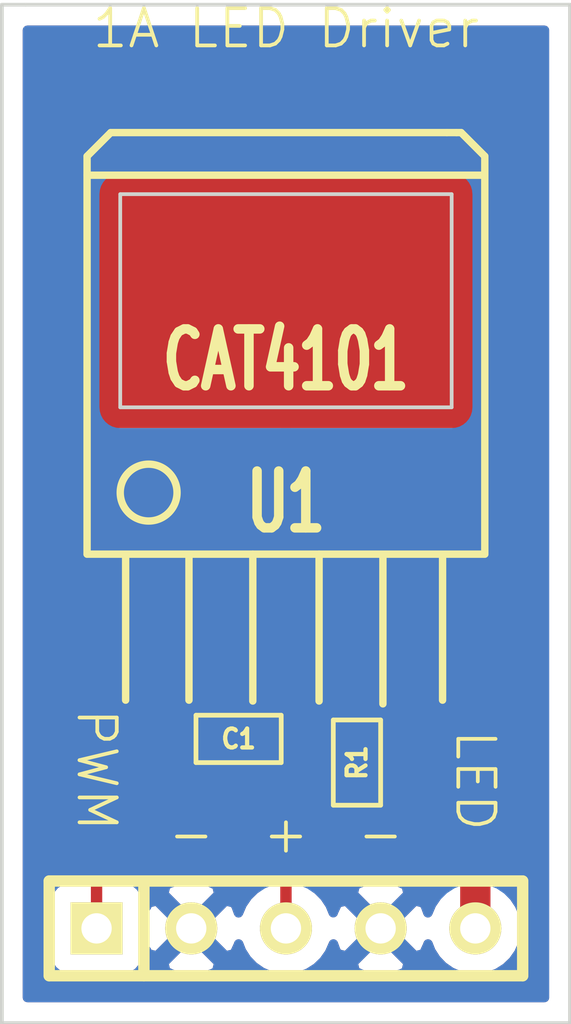
<source format=kicad_pcb>
(kicad_pcb (version 4) (host pcbnew 4.0.2+dfsg1-2~bpo8+1-stable)

  (general
    (links 10)
    (no_connects 1)
    (area 44.399999 24.714999 59.740001 52.120001)
    (thickness 1.6)
    (drawings 15)
    (tracks 11)
    (zones 0)
    (modules 4)
    (nets 6)
  )

  (page A3)
  (layers
    (0 F.Cu signal hide)
    (31 B.Cu signal hide)
    (32 B.Adhes user)
    (33 F.Adhes user)
    (34 B.Paste user)
    (35 F.Paste user)
    (36 B.SilkS user)
    (37 F.SilkS user)
    (38 B.Mask user)
    (39 F.Mask user)
    (40 Dwgs.User user)
    (41 Cmts.User user)
    (42 Eco1.User user)
    (43 Eco2.User user)
    (44 Edge.Cuts user)
  )

  (setup
    (last_trace_width 0.3048)
    (trace_clearance 0.254)
    (zone_clearance 0.508)
    (zone_45_only no)
    (trace_min 0.254)
    (segment_width 0.2)
    (edge_width 0.1)
    (via_size 0.889)
    (via_drill 0.635)
    (via_min_size 0.889)
    (via_min_drill 0.508)
    (uvia_size 0.508)
    (uvia_drill 0.127)
    (uvias_allowed no)
    (uvia_min_size 0.508)
    (uvia_min_drill 0.127)
    (pcb_text_width 0.3)
    (pcb_text_size 1.5 1.5)
    (mod_edge_width 0.15)
    (mod_text_size 1 1)
    (mod_text_width 0.15)
    (pad_size 1.5 1.5)
    (pad_drill 0.6)
    (pad_to_mask_clearance 0)
    (aux_axis_origin 0 0)
    (visible_elements FFFFFFBF)
    (pcbplotparams
      (layerselection 0x00030_80000001)
      (usegerberextensions true)
      (excludeedgelayer true)
      (linewidth 0.150000)
      (plotframeref false)
      (viasonmask false)
      (mode 1)
      (useauxorigin false)
      (hpglpennumber 1)
      (hpglpenspeed 20)
      (hpglpendiameter 15)
      (hpglpenoverlay 2)
      (psnegative false)
      (psa4output false)
      (plotreference true)
      (plotvalue true)
      (plotinvisibletext false)
      (padsonsilk false)
      (subtractmaskfromsilk false)
      (outputformat 1)
      (mirror false)
      (drillshape 0)
      (scaleselection 1)
      (outputdirectory ""))
  )

  (net 0 "")
  (net 1 /LED)
  (net 2 /PWM)
  (net 3 GND)
  (net 4 VCC)
  (net 5 "Net-(R1-Pad1)")

  (net_class Default "This is the default net class."
    (clearance 0.254)
    (trace_width 0.3048)
    (via_dia 0.889)
    (via_drill 0.635)
    (uvia_dia 0.508)
    (uvia_drill 0.127)
    (add_net /PWM)
    (add_net GND)
    (add_net "Net-(R1-Pad1)")
    (add_net VCC)
  )

  (net_class HIGHPWR ""
    (clearance 0.254)
    (trace_width 0.8128)
    (via_dia 0.889)
    (via_drill 0.635)
    (uvia_dia 0.508)
    (uvia_drill 0.127)
    (add_net /LED)
  )

  (module TO263-5 (layer F.Cu) (tedit 583097D1) (tstamp 581E69AB)
    (at 52.07 41.91)
    (path /581E689D)
    (attr smd)
    (fp_text reference U1 (at 0 -3.81) (layer F.SilkS)
      (effects (font (size 1.524 1.016) (thickness 0.254)))
    )
    (fp_text value CAT4101 (at 0 -7.62) (layer F.SilkS)
      (effects (font (size 1.524 1.016) (thickness 0.254)))
    )
    (fp_line (start 4.20116 -2.4003) (end 4.20116 1.50114) (layer F.SilkS) (width 0.19812))
    (fp_line (start 2.60096 -2.4003) (end 2.60096 1.6002) (layer F.SilkS) (width 0.19812))
    (fp_line (start -4.30022 -2.4003) (end -4.30022 1.50114) (layer F.SilkS) (width 0.19812))
    (fp_line (start -2.60096 -2.4003) (end -2.60096 1.50114) (layer F.SilkS) (width 0.19812))
    (fp_line (start -0.889 -2.413) (end -0.889 1.524) (layer F.SilkS) (width 0.19812))
    (fp_line (start 0.889 1.524) (end 0.889 -2.413) (layer F.SilkS) (width 0.19812))
    (fp_circle (center -3.683 -4.064) (end -3.683 -3.302) (layer F.SilkS) (width 0.19812))
    (fp_line (start -5.334 -2.413) (end -5.334 -13.081) (layer F.SilkS) (width 0.19812))
    (fp_line (start -5.334 -13.081) (end -4.699 -13.716) (layer F.SilkS) (width 0.19812))
    (fp_line (start -4.699 -13.716) (end 4.318 -13.716) (layer F.SilkS) (width 0.19812))
    (fp_line (start 4.318 -13.716) (end 4.572 -13.716) (layer F.SilkS) (width 0.19812))
    (fp_line (start 4.572 -13.716) (end 4.699 -13.716) (layer F.SilkS) (width 0.19812))
    (fp_line (start 4.699 -13.716) (end 5.334 -13.081) (layer F.SilkS) (width 0.19812))
    (fp_line (start 5.334 -13.081) (end 5.334 -2.413) (layer F.SilkS) (width 0.19812))
    (fp_line (start -5.334 -2.413) (end 5.334 -2.413) (layer F.SilkS) (width 0.19812))
    (fp_line (start 5.334 -12.573) (end -5.334 -12.573) (layer F.SilkS) (width 0.19812))
    (pad 2 smd rect (at -1.69926 0) (size 1.143 2.286) (layers F.Cu F.Paste F.Mask)
      (net 4 VCC))
    (pad 3 smd rect (at 0 -10.795) (size 10.80008 9.99998) (layers F.Cu F.Paste F.Mask)
      (net 3 GND))
    (pad 4 smd rect (at 1.69926 0) (size 1.143 2.286) (layers F.Cu F.Paste F.Mask)
      (net 5 "Net-(R1-Pad1)"))
    (pad 3 smd rect (at 0 0) (size 1.143 2.286) (layers F.Cu F.Paste F.Mask)
      (net 3 GND))
    (pad 1 smd rect (at -3.40106 0) (size 1.143 2.286) (layers F.Cu F.Paste F.Mask)
      (net 2 /PWM))
    (pad 5 smd rect (at 3.40106 0) (size 1.143 2.286) (layers F.Cu F.Paste F.Mask)
      (net 1 /LED))
  )

  (module SM0603 (layer F.Cu) (tedit 581E743B) (tstamp 581F150F)
    (at 53.975 45.085 270)
    (path /581E730F)
    (attr smd)
    (fp_text reference R1 (at 0 0 270) (layer F.SilkS)
      (effects (font (size 0.508 0.4572) (thickness 0.1143)))
    )
    (fp_text value 549R (at 0 0 270) (layer F.SilkS) hide
      (effects (font (size 0.508 0.4572) (thickness 0.1143)))
    )
    (fp_line (start -1.143 -0.635) (end 1.143 -0.635) (layer F.SilkS) (width 0.127))
    (fp_line (start 1.143 -0.635) (end 1.143 0.635) (layer F.SilkS) (width 0.127))
    (fp_line (start 1.143 0.635) (end -1.143 0.635) (layer F.SilkS) (width 0.127))
    (fp_line (start -1.143 0.635) (end -1.143 -0.635) (layer F.SilkS) (width 0.127))
    (pad 1 smd rect (at -0.762 0 270) (size 0.635 1.143) (layers F.Cu F.Paste F.Mask)
      (net 5 "Net-(R1-Pad1)"))
    (pad 2 smd rect (at 0.762 0 270) (size 0.635 1.143) (layers F.Cu F.Paste F.Mask)
      (net 3 GND))
    (model smd\resistors\R0603.wrl
      (at (xyz 0 0 0.001))
      (scale (xyz 0.5 0.5 0.5))
      (rotate (xyz 0 0 0))
    )
  )

  (module SM0603 (layer F.Cu) (tedit 581F2B86) (tstamp 581E6A7A)
    (at 50.8 44.45 180)
    (path /581E69D0)
    (attr smd)
    (fp_text reference C1 (at 0 0 180) (layer F.SilkS)
      (effects (font (size 0.508 0.4572) (thickness 0.1143)))
    )
    (fp_text value 100n (at 0 0 180) (layer F.SilkS) hide
      (effects (font (size 0.508 0.4572) (thickness 0.1143)))
    )
    (fp_line (start -1.143 -0.635) (end 1.143 -0.635) (layer F.SilkS) (width 0.127))
    (fp_line (start 1.143 -0.635) (end 1.143 0.635) (layer F.SilkS) (width 0.127))
    (fp_line (start 1.143 0.635) (end -1.143 0.635) (layer F.SilkS) (width 0.127))
    (fp_line (start -1.143 0.635) (end -1.143 -0.635) (layer F.SilkS) (width 0.127))
    (pad 1 smd rect (at -0.762 0 180) (size 0.635 1.143) (layers F.Cu F.Paste F.Mask)
      (net 3 GND))
    (pad 2 smd rect (at 0.762 0 180) (size 0.635 1.143) (layers F.Cu F.Paste F.Mask)
      (net 4 VCC))
    (model smd\resistors\R0603.wrl
      (at (xyz 0 0 0.001))
      (scale (xyz 0.5 0.5 0.5))
      (rotate (xyz 0 0 0))
    )
  )

  (module SIL-5 (layer F.Cu) (tedit 583095F3) (tstamp 581F2BE2)
    (at 53.34 49.53)
    (descr "Connecteur 5 pins")
    (tags "CONN DEV")
    (path /581F29E5)
    (fp_text reference P1 (at -6.35 -2.54) (layer F.SilkS) hide
      (effects (font (size 1.72974 1.08712) (thickness 0.27178)))
    )
    (fp_text value CONN_5 (at 0 -2.54) (layer F.SilkS) hide
      (effects (font (size 1.524 1.016) (thickness 0.3048)))
    )
    (fp_line (start -7.62 1.27) (end -7.62 -1.27) (layer F.SilkS) (width 0.3048))
    (fp_line (start -7.62 -1.27) (end 5.08 -1.27) (layer F.SilkS) (width 0.3048))
    (fp_line (start 5.08 -1.27) (end 5.08 1.27) (layer F.SilkS) (width 0.3048))
    (fp_line (start 5.08 1.27) (end -7.62 1.27) (layer F.SilkS) (width 0.3048))
    (fp_line (start -5.08 1.27) (end -5.08 -1.27) (layer F.SilkS) (width 0.3048))
    (pad 1 thru_hole rect (at -6.35 0) (size 1.397 1.397) (drill 0.8128) (layers *.Cu *.Mask F.SilkS)
      (net 2 /PWM))
    (pad 2 thru_hole circle (at -3.81 0) (size 1.397 1.397) (drill 0.8128) (layers *.Cu *.Mask F.SilkS)
      (net 3 GND))
    (pad 3 thru_hole circle (at -1.27 0) (size 1.397 1.397) (drill 0.8128) (layers *.Cu *.Mask F.SilkS)
      (net 4 VCC))
    (pad 4 thru_hole circle (at 1.27 0) (size 1.397 1.397) (drill 0.8128) (layers *.Cu *.Mask F.SilkS)
      (net 3 GND))
    (pad 5 thru_hole circle (at 3.81 0) (size 1.397 1.397) (drill 0.8128) (layers *.Cu *.Mask F.SilkS)
      (net 1 /LED))
  )

  (gr_text "1A LED Driver" (at 52.07 25.4) (layer F.SilkS)
    (effects (font (size 1 1) (thickness 0.1)))
  )
  (gr_text - (at 54.61 46.99) (layer F.SilkS)
    (effects (font (size 1 1) (thickness 0.1)))
  )
  (gr_text - (at 49.53 46.99) (layer F.SilkS)
    (effects (font (size 1 1) (thickness 0.1)))
  )
  (gr_text + (at 52.07 46.99) (layer F.SilkS)
    (effects (font (size 1 1) (thickness 0.1)))
  )
  (gr_text LED (at 57.15 46.99 270) (layer F.SilkS)
    (effects (font (size 1 1) (thickness 0.1)) (justify right))
  )
  (gr_text PWM (at 46.99 46.99 270) (layer F.SilkS)
    (effects (font (size 1 1) (thickness 0.1)) (justify right))
  )
  (gr_line (start 44.45 24.765) (end 44.45 52.07) (angle 90) (layer Edge.Cuts) (width 0.1))
  (gr_line (start 45.085 24.765) (end 44.45 24.765) (angle 90) (layer Edge.Cuts) (width 0.1))
  (gr_line (start 59.69 24.765) (end 45.085 24.765) (angle 90) (layer Edge.Cuts) (width 0.1))
  (gr_line (start 59.69 52.07) (end 59.69 24.765) (angle 90) (layer Edge.Cuts) (width 0.1))
  (gr_line (start 44.45 52.07) (end 59.69 52.07) (angle 90) (layer Edge.Cuts) (width 0.1))
  (gr_line (start 47.625 29.845) (end 47.625 35.56) (angle 90) (layer Edge.Cuts) (width 0.1))
  (gr_line (start 56.515 29.845) (end 56.515 35.56) (angle 90) (layer Edge.Cuts) (width 0.1))
  (gr_line (start 56.515 35.56) (end 47.625 35.56) (angle 90) (layer Edge.Cuts) (width 0.1))
  (gr_line (start 47.625 29.845) (end 56.515 29.845) (angle 90) (layer Edge.Cuts) (width 0.1))

  (segment (start 57.15 49.53) (end 57.15 43.58894) (width 0.8128) (layer F.Cu) (net 1))
  (segment (start 57.15 43.58894) (end 55.47106 41.91) (width 0.8128) (layer F.Cu) (net 1) (tstamp 581F2C26))
  (segment (start 46.99 49.53) (end 46.99 43.58894) (width 0.3048) (layer F.Cu) (net 2))
  (segment (start 46.99 43.58894) (end 48.66894 41.91) (width 0.3048) (layer F.Cu) (net 2) (tstamp 581F2C7F))
  (segment (start 50.038 44.45) (end 50.038 45.593) (width 0.3048) (layer F.Cu) (net 4))
  (segment (start 52.07 47.625) (end 52.07 49.53) (width 0.3048) (layer F.Cu) (net 4) (tstamp 581F2C9E))
  (segment (start 50.038 45.593) (end 52.07 47.625) (width 0.3048) (layer F.Cu) (net 4) (tstamp 581F2C99))
  (segment (start 50.038 44.45) (end 50.038 42.24274) (width 0.254) (layer F.Cu) (net 4))
  (segment (start 50.038 42.24274) (end 50.37074 41.91) (width 0.254) (layer F.Cu) (net 4) (tstamp 5820866D))
  (segment (start 53.975 44.323) (end 53.975 42.11574) (width 0.254) (layer F.Cu) (net 5))
  (segment (start 53.975 42.11574) (end 53.76926 41.91) (width 0.254) (layer F.Cu) (net 5) (tstamp 58208682))

  (zone (net 3) (net_name GND) (layer F.Cu) (tstamp 581F33FC) (hatch edge 0.508)
    (connect_pads (clearance 0.508))
    (min_thickness 0.254)
    (fill yes (arc_segments 32) (thermal_gap 0.508) (thermal_bridge_width 0.508))
    (polygon
      (pts
        (xy 59.69 52.07) (xy 44.45 52.07) (xy 44.45 24.765) (xy 59.69 24.765) (xy 59.69 52.07)
      )
    )
    (filled_polygon
      (pts
        (xy 59.005 51.385) (xy 45.135 51.385) (xy 45.135 48.8315) (xy 45.653428 48.8315) (xy 45.653428 50.2285)
        (xy 45.661492 50.329621) (xy 45.714606 50.501134) (xy 45.8134 50.651059) (xy 45.95005 50.767525) (xy 46.113737 50.84131)
        (xy 46.2915 50.866572) (xy 47.6885 50.866572) (xy 47.789621 50.858508) (xy 47.961134 50.805394) (xy 48.111059 50.7066)
        (xy 48.227525 50.56995) (xy 48.281505 50.450197) (xy 48.789408 50.450197) (xy 48.848686 50.683812) (xy 49.086875 50.794559)
        (xy 49.342093 50.856711) (xy 49.604533 50.867876) (xy 49.864107 50.827629) (xy 50.110842 50.737514) (xy 50.211314 50.683812)
        (xy 50.270592 50.450197) (xy 49.53 49.709605) (xy 48.789408 50.450197) (xy 48.281505 50.450197) (xy 48.30131 50.406263)
        (xy 48.326572 50.2285) (xy 48.326572 50.118487) (xy 48.376188 50.211314) (xy 48.609803 50.270592) (xy 49.350395 49.53)
        (xy 48.609803 48.789408) (xy 48.376188 48.848686) (xy 48.326572 48.955398) (xy 48.326572 48.8315) (xy 48.318508 48.730379)
        (xy 48.281169 48.609803) (xy 48.789408 48.609803) (xy 49.53 49.350395) (xy 50.270592 48.609803) (xy 50.211314 48.376188)
        (xy 49.973125 48.265441) (xy 49.717907 48.203289) (xy 49.455467 48.192124) (xy 49.195893 48.232371) (xy 48.949158 48.322486)
        (xy 48.848686 48.376188) (xy 48.789408 48.609803) (xy 48.281169 48.609803) (xy 48.265394 48.558866) (xy 48.1666 48.408941)
        (xy 48.02995 48.292475) (xy 47.866263 48.21869) (xy 47.7774 48.206062) (xy 47.7774 43.915092) (xy 48.013368 43.679124)
        (xy 48.09744 43.691072) (xy 49.112047 43.691072) (xy 49.10769 43.700737) (xy 49.082428 43.8785) (xy 49.082428 45.0215)
        (xy 49.090492 45.122621) (xy 49.143606 45.294134) (xy 49.2424 45.444059) (xy 49.2506 45.451048) (xy 49.2506 45.593)
        (xy 49.257698 45.665392) (xy 49.264037 45.737843) (xy 49.265192 45.741818) (xy 49.265596 45.74594) (xy 49.286624 45.815589)
        (xy 49.30691 45.885415) (xy 49.308815 45.88909) (xy 49.310012 45.893055) (xy 49.34418 45.957315) (xy 49.377631 46.021848)
        (xy 49.380212 46.025081) (xy 49.382158 46.028741) (xy 49.428158 46.085143) (xy 49.473505 46.141948) (xy 49.479188 46.147711)
        (xy 49.479284 46.147829) (xy 49.479393 46.147919) (xy 49.481224 46.149776) (xy 51.2826 47.951152) (xy 51.2826 48.451554)
        (xy 51.230381 48.485725) (xy 51.043537 48.668695) (xy 50.895791 48.884473) (xy 50.79758 49.113618) (xy 50.737514 48.949158)
        (xy 50.683812 48.848686) (xy 50.450197 48.789408) (xy 49.709605 49.53) (xy 50.450197 50.270592) (xy 50.683812 50.211314)
        (xy 50.794559 49.973125) (xy 50.800884 49.947151) (xy 50.878225 50.142489) (xy 51.019888 50.362308) (xy 51.20155 50.550425)
        (xy 51.416291 50.699674) (xy 51.655932 50.80437) (xy 51.911344 50.860526) (xy 52.1728 50.866003) (xy 52.43034 50.820592)
        (xy 52.674154 50.726022) (xy 52.894957 50.585897) (xy 53.037455 50.450197) (xy 53.869408 50.450197) (xy 53.928686 50.683812)
        (xy 54.166875 50.794559) (xy 54.422093 50.856711) (xy 54.684533 50.867876) (xy 54.944107 50.827629) (xy 55.190842 50.737514)
        (xy 55.291314 50.683812) (xy 55.350592 50.450197) (xy 54.61 49.709605) (xy 53.869408 50.450197) (xy 53.037455 50.450197)
        (xy 53.084337 50.405552) (xy 53.235081 50.191858) (xy 53.341448 49.952955) (xy 53.342742 49.947262) (xy 53.402486 50.110842)
        (xy 53.456188 50.211314) (xy 53.689803 50.270592) (xy 54.430395 49.53) (xy 53.689803 48.789408) (xy 53.456188 48.848686)
        (xy 53.345441 49.086875) (xy 53.339613 49.110808) (xy 53.253107 48.900931) (xy 53.108388 48.683111) (xy 53.035591 48.609803)
        (xy 53.869408 48.609803) (xy 54.61 49.350395) (xy 55.350592 48.609803) (xy 55.291314 48.376188) (xy 55.053125 48.265441)
        (xy 54.797907 48.203289) (xy 54.535467 48.192124) (xy 54.275893 48.232371) (xy 54.029158 48.322486) (xy 53.928686 48.376188)
        (xy 53.869408 48.609803) (xy 53.035591 48.609803) (xy 52.924118 48.497549) (xy 52.8574 48.452547) (xy 52.8574 47.625)
        (xy 52.850302 47.552608) (xy 52.843963 47.480157) (xy 52.842808 47.476182) (xy 52.842404 47.47206) (xy 52.821376 47.402411)
        (xy 52.80109 47.332585) (xy 52.799185 47.32891) (xy 52.797988 47.324945) (xy 52.76382 47.260685) (xy 52.730369 47.196152)
        (xy 52.727788 47.192919) (xy 52.725842 47.189259) (xy 52.679822 47.132833) (xy 52.634495 47.076053) (xy 52.628813 47.07029)
        (xy 52.628716 47.070171) (xy 52.628606 47.07008) (xy 52.626776 47.068224) (xy 51.691302 46.13275) (xy 52.7685 46.13275)
        (xy 52.7685 46.227042) (xy 52.792903 46.349723) (xy 52.84077 46.465285) (xy 52.910263 46.569289) (xy 52.998711 46.657737)
        (xy 53.102715 46.72723) (xy 53.218277 46.775097) (xy 53.340958 46.7995) (xy 53.68925 46.7995) (xy 53.848 46.64075)
        (xy 53.848 45.974) (xy 54.102 45.974) (xy 54.102 46.64075) (xy 54.26075 46.7995) (xy 54.609042 46.7995)
        (xy 54.731723 46.775097) (xy 54.847285 46.72723) (xy 54.951289 46.657737) (xy 55.039737 46.569289) (xy 55.10923 46.465285)
        (xy 55.157097 46.349723) (xy 55.1815 46.227042) (xy 55.1815 46.13275) (xy 55.02275 45.974) (xy 54.102 45.974)
        (xy 53.848 45.974) (xy 52.92725 45.974) (xy 52.7685 46.13275) (xy 51.691302 46.13275) (xy 51.215052 45.6565)
        (xy 51.27625 45.6565) (xy 51.435 45.49775) (xy 51.435 44.577) (xy 51.689 44.577) (xy 51.689 45.49775)
        (xy 51.84775 45.6565) (xy 51.942042 45.6565) (xy 52.064723 45.632097) (xy 52.180285 45.58423) (xy 52.284289 45.514737)
        (xy 52.372737 45.426289) (xy 52.44223 45.322285) (xy 52.490097 45.206723) (xy 52.5145 45.084042) (xy 52.5145 44.73575)
        (xy 52.35575 44.577) (xy 51.689 44.577) (xy 51.435 44.577) (xy 51.415 44.577) (xy 51.415 44.323)
        (xy 51.435 44.323) (xy 51.435 44.303) (xy 51.689 44.303) (xy 51.689 44.323) (xy 52.35575 44.323)
        (xy 52.5145 44.16425) (xy 52.5145 43.815958) (xy 52.490097 43.693277) (xy 52.487911 43.688) (xy 52.704042 43.688)
        (xy 52.826723 43.663597) (xy 52.885672 43.63918) (xy 52.864475 43.66405) (xy 52.79069 43.827737) (xy 52.765428 44.0055)
        (xy 52.765428 44.6405) (xy 52.773492 44.741621) (xy 52.826606 44.913134) (xy 52.9254 45.063059) (xy 52.950512 45.084462)
        (xy 52.910263 45.124711) (xy 52.84077 45.228715) (xy 52.792903 45.344277) (xy 52.7685 45.466958) (xy 52.7685 45.56125)
        (xy 52.92725 45.72) (xy 53.848 45.72) (xy 53.848 45.7) (xy 54.102 45.7) (xy 54.102 45.72)
        (xy 55.02275 45.72) (xy 55.1815 45.56125) (xy 55.1815 45.466958) (xy 55.157097 45.344277) (xy 55.10923 45.228715)
        (xy 55.039737 45.124711) (xy 54.998768 45.083742) (xy 55.085525 44.98195) (xy 55.15931 44.818263) (xy 55.184572 44.6405)
        (xy 55.184572 44.0055) (xy 55.176508 43.904379) (xy 55.123394 43.732866) (xy 55.095854 43.691072) (xy 55.77937 43.691072)
        (xy 56.1086 44.020302) (xy 56.1086 48.69051) (xy 55.975791 48.884473) (xy 55.87758 49.113618) (xy 55.817514 48.949158)
        (xy 55.763812 48.848686) (xy 55.530197 48.789408) (xy 54.789605 49.53) (xy 55.530197 50.270592) (xy 55.763812 50.211314)
        (xy 55.874559 49.973125) (xy 55.880884 49.947151) (xy 55.958225 50.142489) (xy 56.099888 50.362308) (xy 56.28155 50.550425)
        (xy 56.496291 50.699674) (xy 56.735932 50.80437) (xy 56.991344 50.860526) (xy 57.2528 50.866003) (xy 57.51034 50.820592)
        (xy 57.754154 50.726022) (xy 57.974957 50.585897) (xy 58.164337 50.405552) (xy 58.315081 50.191858) (xy 58.421448 49.952955)
        (xy 58.479386 49.697941) (xy 58.483557 49.399244) (xy 58.432762 49.142711) (xy 58.333107 48.900931) (xy 58.1914 48.687644)
        (xy 58.1914 43.58894) (xy 58.182012 43.493192) (xy 58.173629 43.397374) (xy 58.172102 43.392117) (xy 58.171567 43.386664)
        (xy 58.143772 43.294602) (xy 58.116926 43.202197) (xy 58.114403 43.19733) (xy 58.112822 43.192093) (xy 58.067696 43.107223)
        (xy 58.023392 43.021753) (xy 58.019974 43.017471) (xy 58.017404 43.012638) (xy 57.956586 42.938068) (xy 57.89659 42.862913)
        (xy 57.889077 42.855293) (xy 57.888947 42.855134) (xy 57.8888 42.855013) (xy 57.886381 42.852559) (xy 56.680632 41.64681)
        (xy 56.680632 40.767) (xy 56.672568 40.665879) (xy 56.619454 40.494366) (xy 56.52066 40.344441) (xy 56.38401 40.227975)
        (xy 56.220323 40.15419) (xy 56.04256 40.128928) (xy 54.89956 40.128928) (xy 54.798439 40.136992) (xy 54.626926 40.190106)
        (xy 54.615258 40.197795) (xy 54.518523 40.15419) (xy 54.34076 40.128928) (xy 53.19776 40.128928) (xy 53.096639 40.136992)
        (xy 52.925126 40.190106) (xy 52.918551 40.194439) (xy 52.826723 40.156403) (xy 52.704042 40.132) (xy 52.35575 40.132)
        (xy 52.197 40.29075) (xy 52.197 41.783) (xy 52.217 41.783) (xy 52.217 42.037) (xy 52.197 42.037)
        (xy 52.197 42.057) (xy 51.943 42.057) (xy 51.943 42.037) (xy 51.923 42.037) (xy 51.923 41.783)
        (xy 51.943 41.783) (xy 51.943 40.29075) (xy 51.78425 40.132) (xy 51.435958 40.132) (xy 51.313277 40.156403)
        (xy 51.215114 40.197063) (xy 51.120003 40.15419) (xy 50.94224 40.128928) (xy 49.79924 40.128928) (xy 49.698119 40.136992)
        (xy 49.526606 40.190106) (xy 49.514938 40.197795) (xy 49.418203 40.15419) (xy 49.24044 40.128928) (xy 48.09744 40.128928)
        (xy 47.996319 40.136992) (xy 47.824806 40.190106) (xy 47.674881 40.2889) (xy 47.558415 40.42555) (xy 47.48463 40.589237)
        (xy 47.459368 40.767) (xy 47.459368 42.00602) (xy 46.433224 43.032164) (xy 46.387056 43.08837) (xy 46.340306 43.144085)
        (xy 46.338311 43.147713) (xy 46.335683 43.150913) (xy 46.301305 43.215027) (xy 46.266273 43.27875) (xy 46.265021 43.282695)
        (xy 46.263064 43.286346) (xy 46.241785 43.355946) (xy 46.219807 43.42523) (xy 46.219346 43.429341) (xy 46.218134 43.433305)
        (xy 46.21078 43.505709) (xy 46.202677 43.577946) (xy 46.20262 43.58604) (xy 46.202605 43.586191) (xy 46.202618 43.586331)
        (xy 46.2026 43.58894) (xy 46.2026 48.200517) (xy 46.190379 48.201492) (xy 46.018866 48.254606) (xy 45.868941 48.3534)
        (xy 45.752475 48.49005) (xy 45.67869 48.653737) (xy 45.653428 48.8315) (xy 45.135 48.8315) (xy 45.135 26.052468)
        (xy 46.03496 26.052468) (xy 46.03496 30.82925) (xy 46.19371 30.988) (xy 46.94 30.988) (xy 46.94 31.242)
        (xy 46.19371 31.242) (xy 46.03496 31.40075) (xy 46.03496 36.177532) (xy 46.059363 36.300213) (xy 46.10723 36.415775)
        (xy 46.176723 36.519779) (xy 46.265171 36.608227) (xy 46.369175 36.67772) (xy 46.484737 36.725587) (xy 46.607418 36.74999)
        (xy 51.78425 36.74999) (xy 51.943 36.59124) (xy 51.943 36.245) (xy 52.197 36.245) (xy 52.197 36.59124)
        (xy 52.35575 36.74999) (xy 57.532582 36.74999) (xy 57.655263 36.725587) (xy 57.770825 36.67772) (xy 57.874829 36.608227)
        (xy 57.963277 36.519779) (xy 58.03277 36.415775) (xy 58.080637 36.300213) (xy 58.10504 36.177532) (xy 58.10504 31.40075)
        (xy 57.94629 31.242) (xy 57.2 31.242) (xy 57.2 30.988) (xy 57.94629 30.988) (xy 58.10504 30.82925)
        (xy 58.10504 26.052468) (xy 58.080637 25.929787) (xy 58.03277 25.814225) (xy 57.963277 25.710221) (xy 57.874829 25.621773)
        (xy 57.770825 25.55228) (xy 57.655263 25.504413) (xy 57.532582 25.48001) (xy 52.35575 25.48001) (xy 52.197 25.63876)
        (xy 52.197 29.16) (xy 51.943 29.16) (xy 51.943 25.63876) (xy 51.78425 25.48001) (xy 46.607418 25.48001)
        (xy 46.484737 25.504413) (xy 46.369175 25.55228) (xy 46.265171 25.621773) (xy 46.176723 25.710221) (xy 46.10723 25.814225)
        (xy 46.059363 25.929787) (xy 46.03496 26.052468) (xy 45.135 26.052468) (xy 45.135 25.45) (xy 59.005 25.45)
      )
    )
    (filled_polygon
      (pts
        (xy 52.197 30.988) (xy 55.83 30.988) (xy 55.83 31.242) (xy 52.197 31.242) (xy 52.197 34.875)
        (xy 51.943 34.875) (xy 51.943 31.242) (xy 48.31 31.242) (xy 48.31 30.988) (xy 51.943 30.988)
        (xy 51.943 30.53) (xy 52.197 30.53)
      )
    )
  )
  (zone (net 3) (net_name GND) (layer B.Cu) (tstamp 581F33FC) (hatch edge 0.508)
    (connect_pads (clearance 0.508))
    (min_thickness 0.254)
    (fill yes (arc_segments 32) (thermal_gap 0.508) (thermal_bridge_width 0.508))
    (polygon
      (pts
        (xy 59.69 52.07) (xy 44.45 52.07) (xy 44.45 24.765) (xy 59.69 24.765)
      )
    )
    (filled_polygon
      (pts
        (xy 59.005 51.385) (xy 45.135 51.385) (xy 45.135 48.8315) (xy 45.653428 48.8315) (xy 45.653428 50.2285)
        (xy 45.661492 50.329621) (xy 45.714606 50.501134) (xy 45.8134 50.651059) (xy 45.95005 50.767525) (xy 46.113737 50.84131)
        (xy 46.2915 50.866572) (xy 47.6885 50.866572) (xy 47.789621 50.858508) (xy 47.961134 50.805394) (xy 48.111059 50.7066)
        (xy 48.227525 50.56995) (xy 48.281505 50.450197) (xy 48.789408 50.450197) (xy 48.848686 50.683812) (xy 49.086875 50.794559)
        (xy 49.342093 50.856711) (xy 49.604533 50.867876) (xy 49.864107 50.827629) (xy 50.110842 50.737514) (xy 50.211314 50.683812)
        (xy 50.270592 50.450197) (xy 49.53 49.709605) (xy 48.789408 50.450197) (xy 48.281505 50.450197) (xy 48.30131 50.406263)
        (xy 48.326572 50.2285) (xy 48.326572 50.118487) (xy 48.376188 50.211314) (xy 48.609803 50.270592) (xy 49.350395 49.53)
        (xy 49.709605 49.53) (xy 50.450197 50.270592) (xy 50.683812 50.211314) (xy 50.794559 49.973125) (xy 50.800884 49.947151)
        (xy 50.878225 50.142489) (xy 51.019888 50.362308) (xy 51.20155 50.550425) (xy 51.416291 50.699674) (xy 51.655932 50.80437)
        (xy 51.911344 50.860526) (xy 52.1728 50.866003) (xy 52.43034 50.820592) (xy 52.674154 50.726022) (xy 52.894957 50.585897)
        (xy 53.037455 50.450197) (xy 53.869408 50.450197) (xy 53.928686 50.683812) (xy 54.166875 50.794559) (xy 54.422093 50.856711)
        (xy 54.684533 50.867876) (xy 54.944107 50.827629) (xy 55.190842 50.737514) (xy 55.291314 50.683812) (xy 55.350592 50.450197)
        (xy 54.61 49.709605) (xy 53.869408 50.450197) (xy 53.037455 50.450197) (xy 53.084337 50.405552) (xy 53.235081 50.191858)
        (xy 53.341448 49.952955) (xy 53.342742 49.947262) (xy 53.402486 50.110842) (xy 53.456188 50.211314) (xy 53.689803 50.270592)
        (xy 54.430395 49.53) (xy 54.789605 49.53) (xy 55.530197 50.270592) (xy 55.763812 50.211314) (xy 55.874559 49.973125)
        (xy 55.880884 49.947151) (xy 55.958225 50.142489) (xy 56.099888 50.362308) (xy 56.28155 50.550425) (xy 56.496291 50.699674)
        (xy 56.735932 50.80437) (xy 56.991344 50.860526) (xy 57.2528 50.866003) (xy 57.51034 50.820592) (xy 57.754154 50.726022)
        (xy 57.974957 50.585897) (xy 58.164337 50.405552) (xy 58.315081 50.191858) (xy 58.421448 49.952955) (xy 58.479386 49.697941)
        (xy 58.483557 49.399244) (xy 58.432762 49.142711) (xy 58.333107 48.900931) (xy 58.188388 48.683111) (xy 58.004118 48.497549)
        (xy 57.787314 48.351313) (xy 57.546235 48.249973) (xy 57.290063 48.197388) (xy 57.028557 48.195563) (xy 56.771676 48.244565)
        (xy 56.529206 48.34253) (xy 56.310381 48.485725) (xy 56.123537 48.668695) (xy 55.975791 48.884473) (xy 55.87758 49.113618)
        (xy 55.817514 48.949158) (xy 55.763812 48.848686) (xy 55.530197 48.789408) (xy 54.789605 49.53) (xy 54.430395 49.53)
        (xy 53.689803 48.789408) (xy 53.456188 48.848686) (xy 53.345441 49.086875) (xy 53.339613 49.110808) (xy 53.253107 48.900931)
        (xy 53.108388 48.683111) (xy 53.035591 48.609803) (xy 53.869408 48.609803) (xy 54.61 49.350395) (xy 55.350592 48.609803)
        (xy 55.291314 48.376188) (xy 55.053125 48.265441) (xy 54.797907 48.203289) (xy 54.535467 48.192124) (xy 54.275893 48.232371)
        (xy 54.029158 48.322486) (xy 53.928686 48.376188) (xy 53.869408 48.609803) (xy 53.035591 48.609803) (xy 52.924118 48.497549)
        (xy 52.707314 48.351313) (xy 52.466235 48.249973) (xy 52.210063 48.197388) (xy 51.948557 48.195563) (xy 51.691676 48.244565)
        (xy 51.449206 48.34253) (xy 51.230381 48.485725) (xy 51.043537 48.668695) (xy 50.895791 48.884473) (xy 50.79758 49.113618)
        (xy 50.737514 48.949158) (xy 50.683812 48.848686) (xy 50.450197 48.789408) (xy 49.709605 49.53) (xy 49.350395 49.53)
        (xy 48.609803 48.789408) (xy 48.376188 48.848686) (xy 48.326572 48.955398) (xy 48.326572 48.8315) (xy 48.318508 48.730379)
        (xy 48.281169 48.609803) (xy 48.789408 48.609803) (xy 49.53 49.350395) (xy 50.270592 48.609803) (xy 50.211314 48.376188)
        (xy 49.973125 48.265441) (xy 49.717907 48.203289) (xy 49.455467 48.192124) (xy 49.195893 48.232371) (xy 48.949158 48.322486)
        (xy 48.848686 48.376188) (xy 48.789408 48.609803) (xy 48.281169 48.609803) (xy 48.265394 48.558866) (xy 48.1666 48.408941)
        (xy 48.02995 48.292475) (xy 47.866263 48.21869) (xy 47.6885 48.193428) (xy 46.2915 48.193428) (xy 46.190379 48.201492)
        (xy 46.018866 48.254606) (xy 45.868941 48.3534) (xy 45.752475 48.49005) (xy 45.67869 48.653737) (xy 45.653428 48.8315)
        (xy 45.135 48.8315) (xy 45.135 29.845) (xy 46.94 29.845) (xy 46.94 35.56) (xy 46.94629 35.624145)
        (xy 46.952133 35.688356) (xy 46.952812 35.690662) (xy 46.953046 35.693051) (xy 46.971666 35.754723) (xy 46.989879 35.816606)
        (xy 46.990992 35.818736) (xy 46.991686 35.821033) (xy 47.021916 35.877886) (xy 47.051816 35.935081) (xy 47.053323 35.936955)
        (xy 47.054449 35.939073) (xy 47.095157 35.988986) (xy 47.135586 36.039269) (xy 47.137427 36.040813) (xy 47.138944 36.042674)
        (xy 47.188616 36.083766) (xy 47.237998 36.125203) (xy 47.240102 36.12636) (xy 47.241953 36.127891) (xy 47.298639 36.158541)
        (xy 47.35515 36.189608) (xy 47.357442 36.190335) (xy 47.359552 36.191476) (xy 47.421084 36.210524) (xy 47.48258 36.230031)
        (xy 47.484968 36.230299) (xy 47.487262 36.231009) (xy 47.551366 36.237746) (xy 47.615436 36.244933) (xy 47.62005 36.244965)
        (xy 47.620218 36.244983) (xy 47.620386 36.244968) (xy 47.625 36.245) (xy 56.515 36.245) (xy 56.579145 36.23871)
        (xy 56.643356 36.232867) (xy 56.645662 36.232188) (xy 56.648051 36.231954) (xy 56.709723 36.213334) (xy 56.771606 36.195121)
        (xy 56.773736 36.194008) (xy 56.776033 36.193314) (xy 56.832886 36.163084) (xy 56.890081 36.133184) (xy 56.891955 36.131677)
        (xy 56.894073 36.130551) (xy 56.943986 36.089843) (xy 56.994269 36.049414) (xy 56.995813 36.047573) (xy 56.997674 36.046056)
        (xy 57.038766 35.996384) (xy 57.080203 35.947002) (xy 57.08136 35.944898) (xy 57.082891 35.943047) (xy 57.113541 35.886361)
        (xy 57.144608 35.82985) (xy 57.145335 35.827558) (xy 57.146476 35.825448) (xy 57.165524 35.763916) (xy 57.185031 35.70242)
        (xy 57.185299 35.700032) (xy 57.186009 35.697738) (xy 57.192746 35.633634) (xy 57.199933 35.569564) (xy 57.199965 35.56495)
        (xy 57.199983 35.564782) (xy 57.199968 35.564614) (xy 57.2 35.56) (xy 57.2 29.845) (xy 57.19371 29.780855)
        (xy 57.187867 29.716644) (xy 57.187188 29.714338) (xy 57.186954 29.711949) (xy 57.168334 29.650277) (xy 57.150121 29.588394)
        (xy 57.149008 29.586264) (xy 57.148314 29.583967) (xy 57.118084 29.527114) (xy 57.088184 29.469919) (xy 57.086677 29.468045)
        (xy 57.085551 29.465927) (xy 57.044843 29.416014) (xy 57.004414 29.365731) (xy 57.002573 29.364187) (xy 57.001056 29.362326)
        (xy 56.951384 29.321234) (xy 56.902002 29.279797) (xy 56.899898 29.27864) (xy 56.898047 29.277109) (xy 56.841361 29.246459)
        (xy 56.78485 29.215392) (xy 56.782558 29.214665) (xy 56.780448 29.213524) (xy 56.718916 29.194476) (xy 56.65742 29.174969)
        (xy 56.655032 29.174701) (xy 56.652738 29.173991) (xy 56.588634 29.167254) (xy 56.524564 29.160067) (xy 56.51995 29.160035)
        (xy 56.519782 29.160017) (xy 56.519614 29.160032) (xy 56.515 29.16) (xy 47.625 29.16) (xy 47.560855 29.16629)
        (xy 47.496644 29.172133) (xy 47.494338 29.172812) (xy 47.491949 29.173046) (xy 47.430277 29.191666) (xy 47.368394 29.209879)
        (xy 47.366264 29.210992) (xy 47.363967 29.211686) (xy 47.307114 29.241916) (xy 47.249919 29.271816) (xy 47.248045 29.273323)
        (xy 47.245927 29.274449) (xy 47.196014 29.315157) (xy 47.145731 29.355586) (xy 47.144187 29.357427) (xy 47.142326 29.358944)
        (xy 47.101234 29.408616) (xy 47.059797 29.457998) (xy 47.05864 29.460102) (xy 47.057109 29.461953) (xy 47.026459 29.518639)
        (xy 46.995392 29.57515) (xy 46.994665 29.577442) (xy 46.993524 29.579552) (xy 46.974476 29.641084) (xy 46.954969 29.70258)
        (xy 46.954701 29.704968) (xy 46.953991 29.707262) (xy 46.947254 29.771366) (xy 46.940067 29.835436) (xy 46.940035 29.84005)
        (xy 46.940017 29.840218) (xy 46.940032 29.840386) (xy 46.94 29.845) (xy 45.135 29.845) (xy 45.135 25.45)
        (xy 59.005 25.45)
      )
    )
  )
)

</source>
